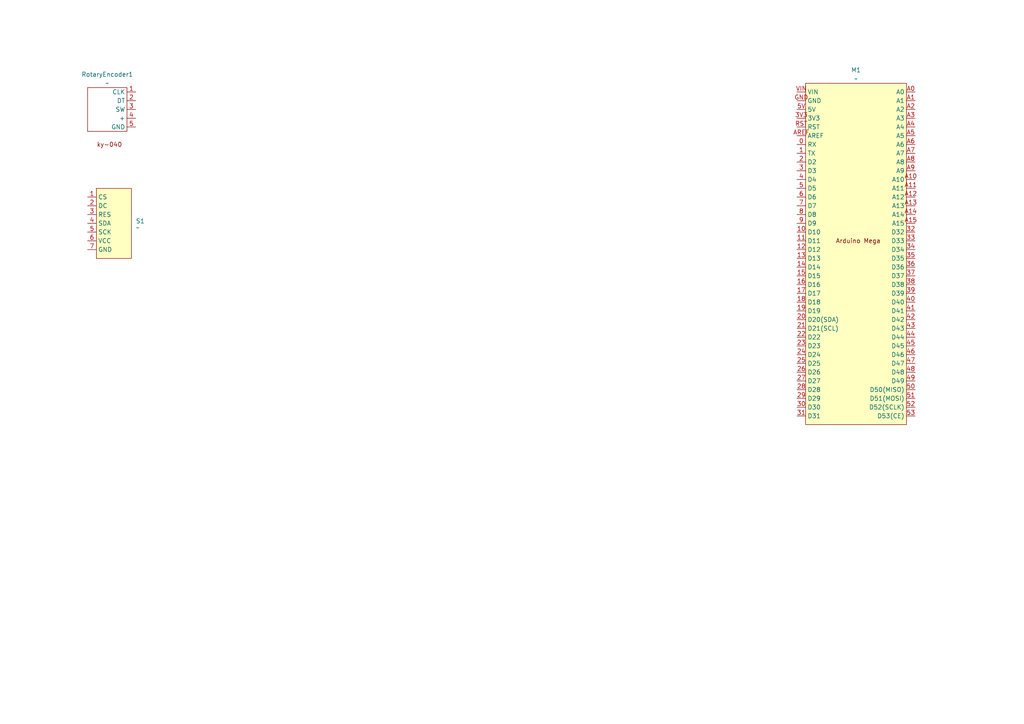
<source format=kicad_sch>
(kicad_sch (version 20231120) (generator "eeschema") (generator_version "8.0")
  (paper "A4")
  (lib_symbols
    (symbol "Modules:Arduino_Mega"
      (property "Reference" "M" (at 13.97 26.67 0))
      (symbol "Arduino_Mega_1_1"
        (rectangle (start 0 24.13) (end 29.21 -74.93) (fill (type background)))
        (text "Arduino Mega" (at 15.24 -21.59 0) (effects (font (size 1.27 1.27))))
        (pin bidirectional line (at -2.54 6.35 0) (length 2.54) (name "RX") (number "0"))
        (pin bidirectional line (at -2.54 3.81 0) (length 2.54) (name "TX") (number "1"))
        (pin bidirectional line (at -2.54 -19.05 0) (length 2.54) (name "D10") (number "10"))
        (pin bidirectional line (at -2.54 -21.59 0) (length 2.54) (name "D11") (number "11"))
        (pin bidirectional line (at -2.54 -24.13 0) (length 2.54) (name "D12") (number "12"))
        (pin bidirectional line (at -2.54 -26.67 0) (length 2.54) (name "D13") (number "13"))
        (pin bidirectional line (at -2.54 -29.21 0) (length 2.54) (name "D14") (number "14"))
        (pin bidirectional line (at -2.54 -31.75 0) (length 2.54) (name "D15") (number "15"))
        (pin bidirectional line (at -2.54 -34.29 0) (length 2.54) (name "D16") (number "16"))
        (pin bidirectional line (at -2.54 -36.83 0) (length 2.54) (name "D17") (number "17"))
        (pin bidirectional line (at -2.54 -39.37 0) (length 2.54) (name "D18") (number "18"))
        (pin bidirectional line (at -2.54 -41.91 0) (length 2.54) (name "D19") (number "19"))
        (pin bidirectional line (at -2.54 1.27 0) (length 2.54) (name "D2") (number "2"))
        (pin bidirectional line (at -2.54 -44.45 0) (length 2.54) (name "D20(SDA)") (number "20"))
        (pin bidirectional line (at -2.54 -46.99 0) (length 2.54) (name "D21(SCL)") (number "21"))
        (pin bidirectional line (at -2.54 -49.53 0) (length 2.54) (name "D22") (number "22"))
        (pin bidirectional line (at -2.54 -52.07 0) (length 2.54) (name "D23") (number "23"))
        (pin bidirectional line (at -2.54 -54.61 0) (length 2.54) (name "D24") (number "24"))
        (pin bidirectional line (at -2.54 -57.15 0) (length 2.54) (name "D25") (number "25"))
        (pin bidirectional line (at -2.54 -59.69 0) (length 2.54) (name "D26") (number "26"))
        (pin bidirectional line (at -2.54 -62.23 0) (length 2.54) (name "D27") (number "27"))
        (pin bidirectional line (at -2.54 -64.77 0) (length 2.54) (name "D28") (number "28"))
        (pin bidirectional line (at -2.54 -67.31 0) (length 2.54) (name "D29") (number "29"))
        (pin bidirectional line (at -2.54 -1.27 0) (length 2.54) (name "D3") (number "3"))
        (pin bidirectional line (at -2.54 -69.85 0) (length 2.54) (name "D30") (number "30"))
        (pin bidirectional line (at -2.54 -72.39 0) (length 2.54) (name "D31") (number "31"))
        (pin bidirectional line (at 31.75 -19.05 180) (length 2.54) (name "D32") (number "32"))
        (pin bidirectional line (at 31.75 -21.59 180) (length 2.54) (name "D33") (number "33"))
        (pin bidirectional line (at 31.75 -24.13 180) (length 2.54) (name "D34") (number "34"))
        (pin bidirectional line (at 31.75 -26.67 180) (length 2.54) (name "D35") (number "35"))
        (pin bidirectional line (at 31.75 -29.21 180) (length 2.54) (name "D36") (number "36"))
        (pin bidirectional line (at 31.75 -31.75 180) (length 2.54) (name "D37") (number "37"))
        (pin bidirectional line (at 31.75 -34.29 180) (length 2.54) (name "D38") (number "38"))
        (pin bidirectional line (at 31.75 -36.83 180) (length 2.54) (name "D39") (number "39"))
        (pin power_out line (at -2.54 13.97 0) (length 2.54) (name "3V3") (number "3V3"))
        (pin bidirectional line (at -2.54 -3.81 0) (length 2.54) (name "D4") (number "4"))
        (pin bidirectional line (at 31.75 -39.37 180) (length 2.54) (name "D40") (number "40"))
        (pin bidirectional line (at 31.75 -41.91 180) (length 2.54) (name "D41") (number "41"))
        (pin bidirectional line (at 31.75 -44.45 180) (length 2.54) (name "D42") (number "42"))
        (pin bidirectional line (at 31.75 -46.99 180) (length 2.54) (name "D43") (number "43"))
        (pin bidirectional line (at 31.75 -49.53 180) (length 2.54) (name "D44") (number "44"))
        (pin bidirectional line (at 31.75 -52.07 180) (length 2.54) (name "D45") (number "45"))
        (pin bidirectional line (at 31.75 -54.61 180) (length 2.54) (name "D46") (number "46"))
        (pin bidirectional line (at 31.75 -57.15 180) (length 2.54) (name "D47") (number "47"))
        (pin bidirectional line (at 31.75 -59.69 180) (length 2.54) (name "D48") (number "48"))
        (pin bidirectional line (at 31.75 -62.23 180) (length 2.54) (name "D49") (number "49"))
        (pin bidirectional line (at -2.54 -6.35 0) (length 2.54) (name "D5") (number "5"))
        (pin bidirectional line (at 31.75 -64.77 180) (length 2.54) (name "D50(MISO)") (number "50"))
        (pin bidirectional line (at 31.75 -67.31 180) (length 2.54) (name "D51(MOSI)") (number "51"))
        (pin bidirectional line (at 31.75 -69.85 180) (length 2.54) (name "D52(SCLK)") (number "52"))
        (pin bidirectional line (at 31.75 -72.39 180) (length 2.54) (name "D53(CE)") (number "53"))
        (pin power_out line (at -2.54 16.51 0) (length 2.54) (name "5V") (number "5V"))
        (pin bidirectional line (at -2.54 -8.89 0) (length 2.54) (name "D6") (number "6"))
        (pin bidirectional line (at -2.54 -11.43 0) (length 2.54) (name "D7") (number "7"))
        (pin bidirectional line (at -2.54 -13.97 0) (length 2.54) (name "D8") (number "8"))
        (pin bidirectional line (at -2.54 -16.51 0) (length 2.54) (name "D9") (number "9"))
        (pin bidirectional line (at 31.75 21.59 180) (length 2.54) (name "A0") (number "A0"))
        (pin bidirectional line (at 31.75 19.05 180) (length 2.54) (name "A1") (number "A1"))
        (pin bidirectional line (at 31.75 -3.81 180) (length 2.54) (name "A10") (number "A10"))
        (pin bidirectional line (at 31.75 -6.35 180) (length 2.54) (name "A11") (number "A11"))
        (pin bidirectional line (at 31.75 -8.89 180) (length 2.54) (name "A12") (number "A12"))
        (pin bidirectional line (at 31.75 -11.43 180) (length 2.54) (name "A13") (number "A13"))
        (pin bidirectional line (at 31.75 -13.97 180) (length 2.54) (name "A14") (number "A14"))
        (pin bidirectional line (at 31.75 -16.51 180) (length 2.54) (name "A15") (number "A15"))
        (pin bidirectional line (at 31.75 16.51 180) (length 2.54) (name "A2") (number "A2"))
        (pin bidirectional line (at 31.75 13.97 180) (length 2.54) (name "A3") (number "A3"))
        (pin bidirectional line (at 31.75 11.43 180) (length 2.54) (name "A4") (number "A4"))
        (pin bidirectional line (at 31.75 8.89 180) (length 2.54) (name "A5") (number "A5"))
        (pin bidirectional line (at 31.75 6.35 180) (length 2.54) (name "A6") (number "A6"))
        (pin bidirectional line (at 31.75 3.81 180) (length 2.54) (name "A7") (number "A7"))
        (pin bidirectional line (at 31.75 1.27 180) (length 2.54) (name "A8") (number "A8"))
        (pin bidirectional line (at 31.75 -1.27 180) (length 2.54) (name "A9") (number "A9"))
        (pin bidirectional line (at -2.54 8.89 0) (length 2.54) (name "AREF") (number "AREF"))
        (pin power_in line (at -2.54 19.05 0) (length 2.54) (name "GND") (number "GND"))
        (pin input line (at -2.54 11.43 0) (length 2.54) (name "RST") (number "RST"))
        (pin power_in line (at -2.54 21.59 0) (length 2.54) (name "VIN") (number "VIN"))
      )
    )
    (symbol "Modules:SSD1309_2.4_Inch_OLED"
      (property "Reference" "S" (at 3.81 16.51 0))
      (symbol "SSD1309_2.4_Inch_OLED_1_1"
        (rectangle (start -1.27 15.24) (end 8.89 -5.08) (fill (type background)))
        (pin bidirectional line (at -3.81 12.7 0) (length 2.54) (name "CS") (number "1"))
        (pin bidirectional line (at -3.81 10.16 0) (length 2.54) (name "DC") (number "2"))
        (pin bidirectional line (at -3.81 7.62 0) (length 2.54) (name "RES") (number "3"))
        (pin bidirectional line (at -3.81 5.08 0) (length 2.54) (name "SDA") (number "4"))
        (pin bidirectional line (at -3.81 2.54 0) (length 2.54) (name "SCK") (number "5"))
        (pin power_in line (at -3.81 0 0) (length 2.54) (name "VCC") (number "6"))
        (pin bidirectional line (at -3.81 -2.54 0) (length 2.54) (name "GND") (number "7"))
      )
    )
    (symbol "Modules:ky-040_Rotary_Encoder"
      (property "Reference" "RotaryEncoder" (at 0 -1.27 0))
      (symbol "ky-040_Rotary_Encoder_0_1"
        (rectangle (start -6.35 12.7) (end 5.08 0))
      )
      (symbol "ky-040_Rotary_Encoder_1_1"
        (text "ky-040" (at 0 -3.81 0) (effects (font (size 1.27 1.27))))
        (pin output line (at 7.62 11.43 180) (length 2.54) (name "CLK") (number "1"))
        (pin output line (at 7.62 8.89 180) (length 2.54) (name "DT") (number "2"))
        (pin output line (at 7.62 6.35 180) (length 2.54) (name "SW") (number "3"))
        (pin power_in line (at 7.62 3.81 180) (length 2.54) (name "+") (number "4"))
        (pin power_out line (at 7.62 1.27 180) (length 2.54) (name "GND") (number "5"))
      )
    )
  )
  (symbol (lib_id "Modules:ky-040_Rotary_Encoder") (at 31.75 38.1 0) (unit 1)
    (property "Reference" "RotaryEncoder1" (at 31.115 21.59 0))
    (property "Value" "~" (at 31.115 24.13 0))
  )
  (symbol (lib_id "Modules:SSD1309_2.4_Inch_OLED") (at 29.21 69.85 0) (unit 1)
    (property "Reference" "S1" (at 39.37 64.1349 0) (effects (justify left)))
    (property "Value" "~" (at 39.37 66.04 0) (effects (justify left)))
  )
  (symbol (lib_id "Modules:Arduino_Mega") (at 233.68 48.26 0) (unit 1)
    (property "Reference" "M1" (at 248.285 20.32 0))
    (property "Value" "~" (at 248.285 22.86 0))
  )
)
</source>
